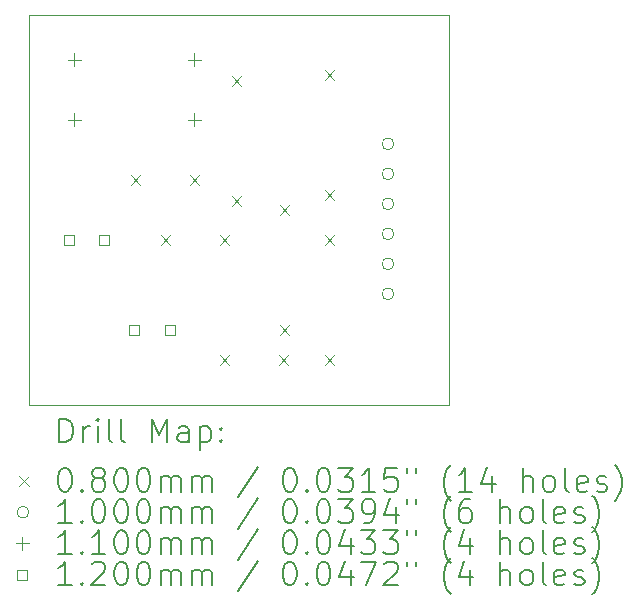
<source format=gbr>
%TF.GenerationSoftware,KiCad,Pcbnew,(6.0.9)*%
%TF.CreationDate,2023-01-19T09:08:24+07:00*%
%TF.ProjectId,LC_Sensor_THT,4c435f53-656e-4736-9f72-5f5448542e6b,rev?*%
%TF.SameCoordinates,PX40311b0PY586a470*%
%TF.FileFunction,Drillmap*%
%TF.FilePolarity,Positive*%
%FSLAX45Y45*%
G04 Gerber Fmt 4.5, Leading zero omitted, Abs format (unit mm)*
G04 Created by KiCad (PCBNEW (6.0.9)) date 2023-01-19 09:08:24*
%MOMM*%
%LPD*%
G01*
G04 APERTURE LIST*
%ADD10C,0.100000*%
%ADD11C,0.200000*%
%ADD12C,0.080000*%
%ADD13C,0.110000*%
%ADD14C,0.120000*%
G04 APERTURE END LIST*
D10*
X3556000Y3302000D02*
X3556000Y0D01*
X0Y0D02*
X0Y3302000D01*
X3556000Y0D02*
X0Y0D01*
X0Y3302000D02*
X3556000Y3302000D01*
D11*
D12*
X857000Y1945000D02*
X937000Y1865000D01*
X937000Y1945000D02*
X857000Y1865000D01*
X1111000Y1437000D02*
X1191000Y1357000D01*
X1191000Y1437000D02*
X1111000Y1357000D01*
X1357000Y1945000D02*
X1437000Y1865000D01*
X1437000Y1945000D02*
X1357000Y1865000D01*
X1611000Y1437000D02*
X1691000Y1357000D01*
X1691000Y1437000D02*
X1611000Y1357000D01*
X1611000Y421000D02*
X1691000Y341000D01*
X1691000Y421000D02*
X1611000Y341000D01*
X1712600Y2783200D02*
X1792600Y2703200D01*
X1792600Y2783200D02*
X1712600Y2703200D01*
X1712600Y1767200D02*
X1792600Y1687200D01*
X1792600Y1767200D02*
X1712600Y1687200D01*
X2111000Y421000D02*
X2191000Y341000D01*
X2191000Y421000D02*
X2111000Y341000D01*
X2119000Y1691000D02*
X2199000Y1611000D01*
X2199000Y1691000D02*
X2119000Y1611000D01*
X2119000Y675000D02*
X2199000Y595000D01*
X2199000Y675000D02*
X2119000Y595000D01*
X2500000Y2834000D02*
X2580000Y2754000D01*
X2580000Y2834000D02*
X2500000Y2754000D01*
X2500000Y1818000D02*
X2580000Y1738000D01*
X2580000Y1818000D02*
X2500000Y1738000D01*
X2500000Y1437000D02*
X2580000Y1357000D01*
X2580000Y1437000D02*
X2500000Y1357000D01*
X2500000Y421000D02*
X2580000Y341000D01*
X2580000Y421000D02*
X2500000Y341000D01*
D10*
X3085300Y2209800D02*
G75*
G03*
X3085300Y2209800I-50000J0D01*
G01*
X3085300Y1955800D02*
G75*
G03*
X3085300Y1955800I-50000J0D01*
G01*
X3085300Y1701800D02*
G75*
G03*
X3085300Y1701800I-50000J0D01*
G01*
X3085300Y1447800D02*
G75*
G03*
X3085300Y1447800I-50000J0D01*
G01*
X3085300Y1193800D02*
G75*
G03*
X3085300Y1193800I-50000J0D01*
G01*
X3085300Y939800D02*
G75*
G03*
X3085300Y939800I-50000J0D01*
G01*
D13*
X381000Y2976000D02*
X381000Y2866000D01*
X326000Y2921000D02*
X436000Y2921000D01*
X381000Y2468000D02*
X381000Y2358000D01*
X326000Y2413000D02*
X436000Y2413000D01*
X1397000Y2976000D02*
X1397000Y2866000D01*
X1342000Y2921000D02*
X1452000Y2921000D01*
X1397000Y2468000D02*
X1397000Y2358000D01*
X1342000Y2413000D02*
X1452000Y2413000D01*
D14*
X377427Y1354573D02*
X377427Y1439427D01*
X292573Y1439427D01*
X292573Y1354573D01*
X377427Y1354573D01*
X677427Y1354573D02*
X677427Y1439427D01*
X592573Y1439427D01*
X592573Y1354573D01*
X677427Y1354573D01*
X931427Y592573D02*
X931427Y677427D01*
X846573Y677427D01*
X846573Y592573D01*
X931427Y592573D01*
X1231427Y592573D02*
X1231427Y677427D01*
X1146573Y677427D01*
X1146573Y592573D01*
X1231427Y592573D01*
D11*
X252619Y-315476D02*
X252619Y-115476D01*
X300238Y-115476D01*
X328810Y-125000D01*
X347857Y-144048D01*
X357381Y-163095D01*
X366905Y-201190D01*
X366905Y-229762D01*
X357381Y-267857D01*
X347857Y-286905D01*
X328810Y-305952D01*
X300238Y-315476D01*
X252619Y-315476D01*
X452619Y-315476D02*
X452619Y-182143D01*
X452619Y-220238D02*
X462143Y-201190D01*
X471667Y-191667D01*
X490714Y-182143D01*
X509762Y-182143D01*
X576429Y-315476D02*
X576429Y-182143D01*
X576429Y-115476D02*
X566905Y-125000D01*
X576429Y-134524D01*
X585952Y-125000D01*
X576429Y-115476D01*
X576429Y-134524D01*
X700238Y-315476D02*
X681190Y-305952D01*
X671667Y-286905D01*
X671667Y-115476D01*
X805000Y-315476D02*
X785952Y-305952D01*
X776428Y-286905D01*
X776428Y-115476D01*
X1033571Y-315476D02*
X1033571Y-115476D01*
X1100238Y-258333D01*
X1166905Y-115476D01*
X1166905Y-315476D01*
X1347857Y-315476D02*
X1347857Y-210714D01*
X1338333Y-191667D01*
X1319286Y-182143D01*
X1281190Y-182143D01*
X1262143Y-191667D01*
X1347857Y-305952D02*
X1328810Y-315476D01*
X1281190Y-315476D01*
X1262143Y-305952D01*
X1252619Y-286905D01*
X1252619Y-267857D01*
X1262143Y-248809D01*
X1281190Y-239286D01*
X1328810Y-239286D01*
X1347857Y-229762D01*
X1443095Y-182143D02*
X1443095Y-382143D01*
X1443095Y-191667D02*
X1462143Y-182143D01*
X1500238Y-182143D01*
X1519286Y-191667D01*
X1528809Y-201190D01*
X1538333Y-220238D01*
X1538333Y-277381D01*
X1528809Y-296429D01*
X1519286Y-305952D01*
X1500238Y-315476D01*
X1462143Y-315476D01*
X1443095Y-305952D01*
X1624048Y-296429D02*
X1633571Y-305952D01*
X1624048Y-315476D01*
X1614524Y-305952D01*
X1624048Y-296429D01*
X1624048Y-315476D01*
X1624048Y-191667D02*
X1633571Y-201190D01*
X1624048Y-210714D01*
X1614524Y-201190D01*
X1624048Y-191667D01*
X1624048Y-210714D01*
D12*
X-85000Y-605000D02*
X-5000Y-685000D01*
X-5000Y-605000D02*
X-85000Y-685000D01*
D11*
X290714Y-535476D02*
X309762Y-535476D01*
X328810Y-545000D01*
X338333Y-554524D01*
X347857Y-573571D01*
X357381Y-611667D01*
X357381Y-659286D01*
X347857Y-697381D01*
X338333Y-716428D01*
X328810Y-725952D01*
X309762Y-735476D01*
X290714Y-735476D01*
X271667Y-725952D01*
X262143Y-716428D01*
X252619Y-697381D01*
X243095Y-659286D01*
X243095Y-611667D01*
X252619Y-573571D01*
X262143Y-554524D01*
X271667Y-545000D01*
X290714Y-535476D01*
X443095Y-716428D02*
X452619Y-725952D01*
X443095Y-735476D01*
X433571Y-725952D01*
X443095Y-716428D01*
X443095Y-735476D01*
X566905Y-621190D02*
X547857Y-611667D01*
X538333Y-602143D01*
X528810Y-583095D01*
X528810Y-573571D01*
X538333Y-554524D01*
X547857Y-545000D01*
X566905Y-535476D01*
X605000Y-535476D01*
X624048Y-545000D01*
X633571Y-554524D01*
X643095Y-573571D01*
X643095Y-583095D01*
X633571Y-602143D01*
X624048Y-611667D01*
X605000Y-621190D01*
X566905Y-621190D01*
X547857Y-630714D01*
X538333Y-640238D01*
X528810Y-659286D01*
X528810Y-697381D01*
X538333Y-716428D01*
X547857Y-725952D01*
X566905Y-735476D01*
X605000Y-735476D01*
X624048Y-725952D01*
X633571Y-716428D01*
X643095Y-697381D01*
X643095Y-659286D01*
X633571Y-640238D01*
X624048Y-630714D01*
X605000Y-621190D01*
X766905Y-535476D02*
X785952Y-535476D01*
X805000Y-545000D01*
X814524Y-554524D01*
X824048Y-573571D01*
X833571Y-611667D01*
X833571Y-659286D01*
X824048Y-697381D01*
X814524Y-716428D01*
X805000Y-725952D01*
X785952Y-735476D01*
X766905Y-735476D01*
X747857Y-725952D01*
X738333Y-716428D01*
X728809Y-697381D01*
X719286Y-659286D01*
X719286Y-611667D01*
X728809Y-573571D01*
X738333Y-554524D01*
X747857Y-545000D01*
X766905Y-535476D01*
X957381Y-535476D02*
X976428Y-535476D01*
X995476Y-545000D01*
X1005000Y-554524D01*
X1014524Y-573571D01*
X1024048Y-611667D01*
X1024048Y-659286D01*
X1014524Y-697381D01*
X1005000Y-716428D01*
X995476Y-725952D01*
X976428Y-735476D01*
X957381Y-735476D01*
X938333Y-725952D01*
X928809Y-716428D01*
X919286Y-697381D01*
X909762Y-659286D01*
X909762Y-611667D01*
X919286Y-573571D01*
X928809Y-554524D01*
X938333Y-545000D01*
X957381Y-535476D01*
X1109762Y-735476D02*
X1109762Y-602143D01*
X1109762Y-621190D02*
X1119286Y-611667D01*
X1138333Y-602143D01*
X1166905Y-602143D01*
X1185952Y-611667D01*
X1195476Y-630714D01*
X1195476Y-735476D01*
X1195476Y-630714D02*
X1205000Y-611667D01*
X1224048Y-602143D01*
X1252619Y-602143D01*
X1271667Y-611667D01*
X1281190Y-630714D01*
X1281190Y-735476D01*
X1376429Y-735476D02*
X1376429Y-602143D01*
X1376429Y-621190D02*
X1385952Y-611667D01*
X1405000Y-602143D01*
X1433571Y-602143D01*
X1452619Y-611667D01*
X1462143Y-630714D01*
X1462143Y-735476D01*
X1462143Y-630714D02*
X1471667Y-611667D01*
X1490714Y-602143D01*
X1519286Y-602143D01*
X1538333Y-611667D01*
X1547857Y-630714D01*
X1547857Y-735476D01*
X1938333Y-525952D02*
X1766905Y-783095D01*
X2195476Y-535476D02*
X2214524Y-535476D01*
X2233571Y-545000D01*
X2243095Y-554524D01*
X2252619Y-573571D01*
X2262143Y-611667D01*
X2262143Y-659286D01*
X2252619Y-697381D01*
X2243095Y-716428D01*
X2233571Y-725952D01*
X2214524Y-735476D01*
X2195476Y-735476D01*
X2176429Y-725952D01*
X2166905Y-716428D01*
X2157381Y-697381D01*
X2147857Y-659286D01*
X2147857Y-611667D01*
X2157381Y-573571D01*
X2166905Y-554524D01*
X2176429Y-545000D01*
X2195476Y-535476D01*
X2347857Y-716428D02*
X2357381Y-725952D01*
X2347857Y-735476D01*
X2338333Y-725952D01*
X2347857Y-716428D01*
X2347857Y-735476D01*
X2481190Y-535476D02*
X2500238Y-535476D01*
X2519286Y-545000D01*
X2528810Y-554524D01*
X2538333Y-573571D01*
X2547857Y-611667D01*
X2547857Y-659286D01*
X2538333Y-697381D01*
X2528810Y-716428D01*
X2519286Y-725952D01*
X2500238Y-735476D01*
X2481190Y-735476D01*
X2462143Y-725952D01*
X2452619Y-716428D01*
X2443095Y-697381D01*
X2433571Y-659286D01*
X2433571Y-611667D01*
X2443095Y-573571D01*
X2452619Y-554524D01*
X2462143Y-545000D01*
X2481190Y-535476D01*
X2614524Y-535476D02*
X2738333Y-535476D01*
X2671667Y-611667D01*
X2700238Y-611667D01*
X2719286Y-621190D01*
X2728810Y-630714D01*
X2738333Y-649762D01*
X2738333Y-697381D01*
X2728810Y-716428D01*
X2719286Y-725952D01*
X2700238Y-735476D01*
X2643095Y-735476D01*
X2624048Y-725952D01*
X2614524Y-716428D01*
X2928809Y-735476D02*
X2814524Y-735476D01*
X2871667Y-735476D02*
X2871667Y-535476D01*
X2852619Y-564048D01*
X2833571Y-583095D01*
X2814524Y-592619D01*
X3109762Y-535476D02*
X3014524Y-535476D01*
X3005000Y-630714D01*
X3014524Y-621190D01*
X3033571Y-611667D01*
X3081190Y-611667D01*
X3100238Y-621190D01*
X3109762Y-630714D01*
X3119286Y-649762D01*
X3119286Y-697381D01*
X3109762Y-716428D01*
X3100238Y-725952D01*
X3081190Y-735476D01*
X3033571Y-735476D01*
X3014524Y-725952D01*
X3005000Y-716428D01*
X3195476Y-535476D02*
X3195476Y-573571D01*
X3271667Y-535476D02*
X3271667Y-573571D01*
X3566905Y-811667D02*
X3557381Y-802143D01*
X3538333Y-773571D01*
X3528809Y-754524D01*
X3519286Y-725952D01*
X3509762Y-678333D01*
X3509762Y-640238D01*
X3519286Y-592619D01*
X3528809Y-564048D01*
X3538333Y-545000D01*
X3557381Y-516428D01*
X3566905Y-506905D01*
X3747857Y-735476D02*
X3633571Y-735476D01*
X3690714Y-735476D02*
X3690714Y-535476D01*
X3671667Y-564048D01*
X3652619Y-583095D01*
X3633571Y-592619D01*
X3919286Y-602143D02*
X3919286Y-735476D01*
X3871667Y-525952D02*
X3824048Y-668810D01*
X3947857Y-668810D01*
X4176428Y-735476D02*
X4176428Y-535476D01*
X4262143Y-735476D02*
X4262143Y-630714D01*
X4252619Y-611667D01*
X4233571Y-602143D01*
X4205000Y-602143D01*
X4185952Y-611667D01*
X4176428Y-621190D01*
X4385952Y-735476D02*
X4366905Y-725952D01*
X4357381Y-716428D01*
X4347857Y-697381D01*
X4347857Y-640238D01*
X4357381Y-621190D01*
X4366905Y-611667D01*
X4385952Y-602143D01*
X4414524Y-602143D01*
X4433571Y-611667D01*
X4443095Y-621190D01*
X4452619Y-640238D01*
X4452619Y-697381D01*
X4443095Y-716428D01*
X4433571Y-725952D01*
X4414524Y-735476D01*
X4385952Y-735476D01*
X4566905Y-735476D02*
X4547857Y-725952D01*
X4538333Y-706905D01*
X4538333Y-535476D01*
X4719286Y-725952D02*
X4700238Y-735476D01*
X4662143Y-735476D01*
X4643095Y-725952D01*
X4633571Y-706905D01*
X4633571Y-630714D01*
X4643095Y-611667D01*
X4662143Y-602143D01*
X4700238Y-602143D01*
X4719286Y-611667D01*
X4728810Y-630714D01*
X4728810Y-649762D01*
X4633571Y-668810D01*
X4805000Y-725952D02*
X4824048Y-735476D01*
X4862143Y-735476D01*
X4881190Y-725952D01*
X4890714Y-706905D01*
X4890714Y-697381D01*
X4881190Y-678333D01*
X4862143Y-668810D01*
X4833571Y-668810D01*
X4814524Y-659286D01*
X4805000Y-640238D01*
X4805000Y-630714D01*
X4814524Y-611667D01*
X4833571Y-602143D01*
X4862143Y-602143D01*
X4881190Y-611667D01*
X4957381Y-811667D02*
X4966905Y-802143D01*
X4985952Y-773571D01*
X4995476Y-754524D01*
X5005000Y-725952D01*
X5014524Y-678333D01*
X5014524Y-640238D01*
X5005000Y-592619D01*
X4995476Y-564048D01*
X4985952Y-545000D01*
X4966905Y-516428D01*
X4957381Y-506905D01*
D10*
X-5000Y-909000D02*
G75*
G03*
X-5000Y-909000I-50000J0D01*
G01*
D11*
X357381Y-999476D02*
X243095Y-999476D01*
X300238Y-999476D02*
X300238Y-799476D01*
X281190Y-828048D01*
X262143Y-847095D01*
X243095Y-856619D01*
X443095Y-980428D02*
X452619Y-989952D01*
X443095Y-999476D01*
X433571Y-989952D01*
X443095Y-980428D01*
X443095Y-999476D01*
X576429Y-799476D02*
X595476Y-799476D01*
X614524Y-809000D01*
X624048Y-818524D01*
X633571Y-837571D01*
X643095Y-875667D01*
X643095Y-923286D01*
X633571Y-961381D01*
X624048Y-980428D01*
X614524Y-989952D01*
X595476Y-999476D01*
X576429Y-999476D01*
X557381Y-989952D01*
X547857Y-980428D01*
X538333Y-961381D01*
X528810Y-923286D01*
X528810Y-875667D01*
X538333Y-837571D01*
X547857Y-818524D01*
X557381Y-809000D01*
X576429Y-799476D01*
X766905Y-799476D02*
X785952Y-799476D01*
X805000Y-809000D01*
X814524Y-818524D01*
X824048Y-837571D01*
X833571Y-875667D01*
X833571Y-923286D01*
X824048Y-961381D01*
X814524Y-980428D01*
X805000Y-989952D01*
X785952Y-999476D01*
X766905Y-999476D01*
X747857Y-989952D01*
X738333Y-980428D01*
X728809Y-961381D01*
X719286Y-923286D01*
X719286Y-875667D01*
X728809Y-837571D01*
X738333Y-818524D01*
X747857Y-809000D01*
X766905Y-799476D01*
X957381Y-799476D02*
X976428Y-799476D01*
X995476Y-809000D01*
X1005000Y-818524D01*
X1014524Y-837571D01*
X1024048Y-875667D01*
X1024048Y-923286D01*
X1014524Y-961381D01*
X1005000Y-980428D01*
X995476Y-989952D01*
X976428Y-999476D01*
X957381Y-999476D01*
X938333Y-989952D01*
X928809Y-980428D01*
X919286Y-961381D01*
X909762Y-923286D01*
X909762Y-875667D01*
X919286Y-837571D01*
X928809Y-818524D01*
X938333Y-809000D01*
X957381Y-799476D01*
X1109762Y-999476D02*
X1109762Y-866143D01*
X1109762Y-885190D02*
X1119286Y-875667D01*
X1138333Y-866143D01*
X1166905Y-866143D01*
X1185952Y-875667D01*
X1195476Y-894714D01*
X1195476Y-999476D01*
X1195476Y-894714D02*
X1205000Y-875667D01*
X1224048Y-866143D01*
X1252619Y-866143D01*
X1271667Y-875667D01*
X1281190Y-894714D01*
X1281190Y-999476D01*
X1376429Y-999476D02*
X1376429Y-866143D01*
X1376429Y-885190D02*
X1385952Y-875667D01*
X1405000Y-866143D01*
X1433571Y-866143D01*
X1452619Y-875667D01*
X1462143Y-894714D01*
X1462143Y-999476D01*
X1462143Y-894714D02*
X1471667Y-875667D01*
X1490714Y-866143D01*
X1519286Y-866143D01*
X1538333Y-875667D01*
X1547857Y-894714D01*
X1547857Y-999476D01*
X1938333Y-789952D02*
X1766905Y-1047095D01*
X2195476Y-799476D02*
X2214524Y-799476D01*
X2233571Y-809000D01*
X2243095Y-818524D01*
X2252619Y-837571D01*
X2262143Y-875667D01*
X2262143Y-923286D01*
X2252619Y-961381D01*
X2243095Y-980428D01*
X2233571Y-989952D01*
X2214524Y-999476D01*
X2195476Y-999476D01*
X2176429Y-989952D01*
X2166905Y-980428D01*
X2157381Y-961381D01*
X2147857Y-923286D01*
X2147857Y-875667D01*
X2157381Y-837571D01*
X2166905Y-818524D01*
X2176429Y-809000D01*
X2195476Y-799476D01*
X2347857Y-980428D02*
X2357381Y-989952D01*
X2347857Y-999476D01*
X2338333Y-989952D01*
X2347857Y-980428D01*
X2347857Y-999476D01*
X2481190Y-799476D02*
X2500238Y-799476D01*
X2519286Y-809000D01*
X2528810Y-818524D01*
X2538333Y-837571D01*
X2547857Y-875667D01*
X2547857Y-923286D01*
X2538333Y-961381D01*
X2528810Y-980428D01*
X2519286Y-989952D01*
X2500238Y-999476D01*
X2481190Y-999476D01*
X2462143Y-989952D01*
X2452619Y-980428D01*
X2443095Y-961381D01*
X2433571Y-923286D01*
X2433571Y-875667D01*
X2443095Y-837571D01*
X2452619Y-818524D01*
X2462143Y-809000D01*
X2481190Y-799476D01*
X2614524Y-799476D02*
X2738333Y-799476D01*
X2671667Y-875667D01*
X2700238Y-875667D01*
X2719286Y-885190D01*
X2728810Y-894714D01*
X2738333Y-913762D01*
X2738333Y-961381D01*
X2728810Y-980428D01*
X2719286Y-989952D01*
X2700238Y-999476D01*
X2643095Y-999476D01*
X2624048Y-989952D01*
X2614524Y-980428D01*
X2833571Y-999476D02*
X2871667Y-999476D01*
X2890714Y-989952D01*
X2900238Y-980428D01*
X2919286Y-951857D01*
X2928809Y-913762D01*
X2928809Y-837571D01*
X2919286Y-818524D01*
X2909762Y-809000D01*
X2890714Y-799476D01*
X2852619Y-799476D01*
X2833571Y-809000D01*
X2824048Y-818524D01*
X2814524Y-837571D01*
X2814524Y-885190D01*
X2824048Y-904238D01*
X2833571Y-913762D01*
X2852619Y-923286D01*
X2890714Y-923286D01*
X2909762Y-913762D01*
X2919286Y-904238D01*
X2928809Y-885190D01*
X3100238Y-866143D02*
X3100238Y-999476D01*
X3052619Y-789952D02*
X3005000Y-932809D01*
X3128809Y-932809D01*
X3195476Y-799476D02*
X3195476Y-837571D01*
X3271667Y-799476D02*
X3271667Y-837571D01*
X3566905Y-1075667D02*
X3557381Y-1066143D01*
X3538333Y-1037571D01*
X3528809Y-1018524D01*
X3519286Y-989952D01*
X3509762Y-942333D01*
X3509762Y-904238D01*
X3519286Y-856619D01*
X3528809Y-828048D01*
X3538333Y-809000D01*
X3557381Y-780428D01*
X3566905Y-770905D01*
X3728809Y-799476D02*
X3690714Y-799476D01*
X3671667Y-809000D01*
X3662143Y-818524D01*
X3643095Y-847095D01*
X3633571Y-885190D01*
X3633571Y-961381D01*
X3643095Y-980428D01*
X3652619Y-989952D01*
X3671667Y-999476D01*
X3709762Y-999476D01*
X3728809Y-989952D01*
X3738333Y-980428D01*
X3747857Y-961381D01*
X3747857Y-913762D01*
X3738333Y-894714D01*
X3728809Y-885190D01*
X3709762Y-875667D01*
X3671667Y-875667D01*
X3652619Y-885190D01*
X3643095Y-894714D01*
X3633571Y-913762D01*
X3985952Y-999476D02*
X3985952Y-799476D01*
X4071667Y-999476D02*
X4071667Y-894714D01*
X4062143Y-875667D01*
X4043095Y-866143D01*
X4014524Y-866143D01*
X3995476Y-875667D01*
X3985952Y-885190D01*
X4195476Y-999476D02*
X4176428Y-989952D01*
X4166905Y-980428D01*
X4157381Y-961381D01*
X4157381Y-904238D01*
X4166905Y-885190D01*
X4176428Y-875667D01*
X4195476Y-866143D01*
X4224048Y-866143D01*
X4243095Y-875667D01*
X4252619Y-885190D01*
X4262143Y-904238D01*
X4262143Y-961381D01*
X4252619Y-980428D01*
X4243095Y-989952D01*
X4224048Y-999476D01*
X4195476Y-999476D01*
X4376429Y-999476D02*
X4357381Y-989952D01*
X4347857Y-970905D01*
X4347857Y-799476D01*
X4528810Y-989952D02*
X4509762Y-999476D01*
X4471667Y-999476D01*
X4452619Y-989952D01*
X4443095Y-970905D01*
X4443095Y-894714D01*
X4452619Y-875667D01*
X4471667Y-866143D01*
X4509762Y-866143D01*
X4528810Y-875667D01*
X4538333Y-894714D01*
X4538333Y-913762D01*
X4443095Y-932809D01*
X4614524Y-989952D02*
X4633571Y-999476D01*
X4671667Y-999476D01*
X4690714Y-989952D01*
X4700238Y-970905D01*
X4700238Y-961381D01*
X4690714Y-942333D01*
X4671667Y-932809D01*
X4643095Y-932809D01*
X4624048Y-923286D01*
X4614524Y-904238D01*
X4614524Y-894714D01*
X4624048Y-875667D01*
X4643095Y-866143D01*
X4671667Y-866143D01*
X4690714Y-875667D01*
X4766905Y-1075667D02*
X4776429Y-1066143D01*
X4795476Y-1037571D01*
X4805000Y-1018524D01*
X4814524Y-989952D01*
X4824048Y-942333D01*
X4824048Y-904238D01*
X4814524Y-856619D01*
X4805000Y-828048D01*
X4795476Y-809000D01*
X4776429Y-780428D01*
X4766905Y-770905D01*
D13*
X-60000Y-1118000D02*
X-60000Y-1228000D01*
X-115000Y-1173000D02*
X-5000Y-1173000D01*
D11*
X357381Y-1263476D02*
X243095Y-1263476D01*
X300238Y-1263476D02*
X300238Y-1063476D01*
X281190Y-1092048D01*
X262143Y-1111095D01*
X243095Y-1120619D01*
X443095Y-1244429D02*
X452619Y-1253952D01*
X443095Y-1263476D01*
X433571Y-1253952D01*
X443095Y-1244429D01*
X443095Y-1263476D01*
X643095Y-1263476D02*
X528810Y-1263476D01*
X585952Y-1263476D02*
X585952Y-1063476D01*
X566905Y-1092048D01*
X547857Y-1111095D01*
X528810Y-1120619D01*
X766905Y-1063476D02*
X785952Y-1063476D01*
X805000Y-1073000D01*
X814524Y-1082524D01*
X824048Y-1101571D01*
X833571Y-1139667D01*
X833571Y-1187286D01*
X824048Y-1225381D01*
X814524Y-1244429D01*
X805000Y-1253952D01*
X785952Y-1263476D01*
X766905Y-1263476D01*
X747857Y-1253952D01*
X738333Y-1244429D01*
X728809Y-1225381D01*
X719286Y-1187286D01*
X719286Y-1139667D01*
X728809Y-1101571D01*
X738333Y-1082524D01*
X747857Y-1073000D01*
X766905Y-1063476D01*
X957381Y-1063476D02*
X976428Y-1063476D01*
X995476Y-1073000D01*
X1005000Y-1082524D01*
X1014524Y-1101571D01*
X1024048Y-1139667D01*
X1024048Y-1187286D01*
X1014524Y-1225381D01*
X1005000Y-1244429D01*
X995476Y-1253952D01*
X976428Y-1263476D01*
X957381Y-1263476D01*
X938333Y-1253952D01*
X928809Y-1244429D01*
X919286Y-1225381D01*
X909762Y-1187286D01*
X909762Y-1139667D01*
X919286Y-1101571D01*
X928809Y-1082524D01*
X938333Y-1073000D01*
X957381Y-1063476D01*
X1109762Y-1263476D02*
X1109762Y-1130143D01*
X1109762Y-1149190D02*
X1119286Y-1139667D01*
X1138333Y-1130143D01*
X1166905Y-1130143D01*
X1185952Y-1139667D01*
X1195476Y-1158714D01*
X1195476Y-1263476D01*
X1195476Y-1158714D02*
X1205000Y-1139667D01*
X1224048Y-1130143D01*
X1252619Y-1130143D01*
X1271667Y-1139667D01*
X1281190Y-1158714D01*
X1281190Y-1263476D01*
X1376429Y-1263476D02*
X1376429Y-1130143D01*
X1376429Y-1149190D02*
X1385952Y-1139667D01*
X1405000Y-1130143D01*
X1433571Y-1130143D01*
X1452619Y-1139667D01*
X1462143Y-1158714D01*
X1462143Y-1263476D01*
X1462143Y-1158714D02*
X1471667Y-1139667D01*
X1490714Y-1130143D01*
X1519286Y-1130143D01*
X1538333Y-1139667D01*
X1547857Y-1158714D01*
X1547857Y-1263476D01*
X1938333Y-1053952D02*
X1766905Y-1311095D01*
X2195476Y-1063476D02*
X2214524Y-1063476D01*
X2233571Y-1073000D01*
X2243095Y-1082524D01*
X2252619Y-1101571D01*
X2262143Y-1139667D01*
X2262143Y-1187286D01*
X2252619Y-1225381D01*
X2243095Y-1244429D01*
X2233571Y-1253952D01*
X2214524Y-1263476D01*
X2195476Y-1263476D01*
X2176429Y-1253952D01*
X2166905Y-1244429D01*
X2157381Y-1225381D01*
X2147857Y-1187286D01*
X2147857Y-1139667D01*
X2157381Y-1101571D01*
X2166905Y-1082524D01*
X2176429Y-1073000D01*
X2195476Y-1063476D01*
X2347857Y-1244429D02*
X2357381Y-1253952D01*
X2347857Y-1263476D01*
X2338333Y-1253952D01*
X2347857Y-1244429D01*
X2347857Y-1263476D01*
X2481190Y-1063476D02*
X2500238Y-1063476D01*
X2519286Y-1073000D01*
X2528810Y-1082524D01*
X2538333Y-1101571D01*
X2547857Y-1139667D01*
X2547857Y-1187286D01*
X2538333Y-1225381D01*
X2528810Y-1244429D01*
X2519286Y-1253952D01*
X2500238Y-1263476D01*
X2481190Y-1263476D01*
X2462143Y-1253952D01*
X2452619Y-1244429D01*
X2443095Y-1225381D01*
X2433571Y-1187286D01*
X2433571Y-1139667D01*
X2443095Y-1101571D01*
X2452619Y-1082524D01*
X2462143Y-1073000D01*
X2481190Y-1063476D01*
X2719286Y-1130143D02*
X2719286Y-1263476D01*
X2671667Y-1053952D02*
X2624048Y-1196810D01*
X2747857Y-1196810D01*
X2805000Y-1063476D02*
X2928809Y-1063476D01*
X2862143Y-1139667D01*
X2890714Y-1139667D01*
X2909762Y-1149190D01*
X2919286Y-1158714D01*
X2928809Y-1177762D01*
X2928809Y-1225381D01*
X2919286Y-1244429D01*
X2909762Y-1253952D01*
X2890714Y-1263476D01*
X2833571Y-1263476D01*
X2814524Y-1253952D01*
X2805000Y-1244429D01*
X2995476Y-1063476D02*
X3119286Y-1063476D01*
X3052619Y-1139667D01*
X3081190Y-1139667D01*
X3100238Y-1149190D01*
X3109762Y-1158714D01*
X3119286Y-1177762D01*
X3119286Y-1225381D01*
X3109762Y-1244429D01*
X3100238Y-1253952D01*
X3081190Y-1263476D01*
X3024048Y-1263476D01*
X3005000Y-1253952D01*
X2995476Y-1244429D01*
X3195476Y-1063476D02*
X3195476Y-1101571D01*
X3271667Y-1063476D02*
X3271667Y-1101571D01*
X3566905Y-1339667D02*
X3557381Y-1330143D01*
X3538333Y-1301571D01*
X3528809Y-1282524D01*
X3519286Y-1253952D01*
X3509762Y-1206333D01*
X3509762Y-1168238D01*
X3519286Y-1120619D01*
X3528809Y-1092048D01*
X3538333Y-1073000D01*
X3557381Y-1044428D01*
X3566905Y-1034905D01*
X3728809Y-1130143D02*
X3728809Y-1263476D01*
X3681190Y-1053952D02*
X3633571Y-1196810D01*
X3757381Y-1196810D01*
X3985952Y-1263476D02*
X3985952Y-1063476D01*
X4071667Y-1263476D02*
X4071667Y-1158714D01*
X4062143Y-1139667D01*
X4043095Y-1130143D01*
X4014524Y-1130143D01*
X3995476Y-1139667D01*
X3985952Y-1149190D01*
X4195476Y-1263476D02*
X4176428Y-1253952D01*
X4166905Y-1244429D01*
X4157381Y-1225381D01*
X4157381Y-1168238D01*
X4166905Y-1149190D01*
X4176428Y-1139667D01*
X4195476Y-1130143D01*
X4224048Y-1130143D01*
X4243095Y-1139667D01*
X4252619Y-1149190D01*
X4262143Y-1168238D01*
X4262143Y-1225381D01*
X4252619Y-1244429D01*
X4243095Y-1253952D01*
X4224048Y-1263476D01*
X4195476Y-1263476D01*
X4376429Y-1263476D02*
X4357381Y-1253952D01*
X4347857Y-1234905D01*
X4347857Y-1063476D01*
X4528810Y-1253952D02*
X4509762Y-1263476D01*
X4471667Y-1263476D01*
X4452619Y-1253952D01*
X4443095Y-1234905D01*
X4443095Y-1158714D01*
X4452619Y-1139667D01*
X4471667Y-1130143D01*
X4509762Y-1130143D01*
X4528810Y-1139667D01*
X4538333Y-1158714D01*
X4538333Y-1177762D01*
X4443095Y-1196810D01*
X4614524Y-1253952D02*
X4633571Y-1263476D01*
X4671667Y-1263476D01*
X4690714Y-1253952D01*
X4700238Y-1234905D01*
X4700238Y-1225381D01*
X4690714Y-1206333D01*
X4671667Y-1196810D01*
X4643095Y-1196810D01*
X4624048Y-1187286D01*
X4614524Y-1168238D01*
X4614524Y-1158714D01*
X4624048Y-1139667D01*
X4643095Y-1130143D01*
X4671667Y-1130143D01*
X4690714Y-1139667D01*
X4766905Y-1339667D02*
X4776429Y-1330143D01*
X4795476Y-1301571D01*
X4805000Y-1282524D01*
X4814524Y-1253952D01*
X4824048Y-1206333D01*
X4824048Y-1168238D01*
X4814524Y-1120619D01*
X4805000Y-1092048D01*
X4795476Y-1073000D01*
X4776429Y-1044428D01*
X4766905Y-1034905D01*
D14*
X-22573Y-1479427D02*
X-22573Y-1394573D01*
X-107427Y-1394573D01*
X-107427Y-1479427D01*
X-22573Y-1479427D01*
D11*
X357381Y-1527476D02*
X243095Y-1527476D01*
X300238Y-1527476D02*
X300238Y-1327476D01*
X281190Y-1356048D01*
X262143Y-1375095D01*
X243095Y-1384619D01*
X443095Y-1508428D02*
X452619Y-1517952D01*
X443095Y-1527476D01*
X433571Y-1517952D01*
X443095Y-1508428D01*
X443095Y-1527476D01*
X528810Y-1346524D02*
X538333Y-1337000D01*
X557381Y-1327476D01*
X605000Y-1327476D01*
X624048Y-1337000D01*
X633571Y-1346524D01*
X643095Y-1365571D01*
X643095Y-1384619D01*
X633571Y-1413190D01*
X519286Y-1527476D01*
X643095Y-1527476D01*
X766905Y-1327476D02*
X785952Y-1327476D01*
X805000Y-1337000D01*
X814524Y-1346524D01*
X824048Y-1365571D01*
X833571Y-1403667D01*
X833571Y-1451286D01*
X824048Y-1489381D01*
X814524Y-1508428D01*
X805000Y-1517952D01*
X785952Y-1527476D01*
X766905Y-1527476D01*
X747857Y-1517952D01*
X738333Y-1508428D01*
X728809Y-1489381D01*
X719286Y-1451286D01*
X719286Y-1403667D01*
X728809Y-1365571D01*
X738333Y-1346524D01*
X747857Y-1337000D01*
X766905Y-1327476D01*
X957381Y-1327476D02*
X976428Y-1327476D01*
X995476Y-1337000D01*
X1005000Y-1346524D01*
X1014524Y-1365571D01*
X1024048Y-1403667D01*
X1024048Y-1451286D01*
X1014524Y-1489381D01*
X1005000Y-1508428D01*
X995476Y-1517952D01*
X976428Y-1527476D01*
X957381Y-1527476D01*
X938333Y-1517952D01*
X928809Y-1508428D01*
X919286Y-1489381D01*
X909762Y-1451286D01*
X909762Y-1403667D01*
X919286Y-1365571D01*
X928809Y-1346524D01*
X938333Y-1337000D01*
X957381Y-1327476D01*
X1109762Y-1527476D02*
X1109762Y-1394143D01*
X1109762Y-1413190D02*
X1119286Y-1403667D01*
X1138333Y-1394143D01*
X1166905Y-1394143D01*
X1185952Y-1403667D01*
X1195476Y-1422714D01*
X1195476Y-1527476D01*
X1195476Y-1422714D02*
X1205000Y-1403667D01*
X1224048Y-1394143D01*
X1252619Y-1394143D01*
X1271667Y-1403667D01*
X1281190Y-1422714D01*
X1281190Y-1527476D01*
X1376429Y-1527476D02*
X1376429Y-1394143D01*
X1376429Y-1413190D02*
X1385952Y-1403667D01*
X1405000Y-1394143D01*
X1433571Y-1394143D01*
X1452619Y-1403667D01*
X1462143Y-1422714D01*
X1462143Y-1527476D01*
X1462143Y-1422714D02*
X1471667Y-1403667D01*
X1490714Y-1394143D01*
X1519286Y-1394143D01*
X1538333Y-1403667D01*
X1547857Y-1422714D01*
X1547857Y-1527476D01*
X1938333Y-1317952D02*
X1766905Y-1575095D01*
X2195476Y-1327476D02*
X2214524Y-1327476D01*
X2233571Y-1337000D01*
X2243095Y-1346524D01*
X2252619Y-1365571D01*
X2262143Y-1403667D01*
X2262143Y-1451286D01*
X2252619Y-1489381D01*
X2243095Y-1508428D01*
X2233571Y-1517952D01*
X2214524Y-1527476D01*
X2195476Y-1527476D01*
X2176429Y-1517952D01*
X2166905Y-1508428D01*
X2157381Y-1489381D01*
X2147857Y-1451286D01*
X2147857Y-1403667D01*
X2157381Y-1365571D01*
X2166905Y-1346524D01*
X2176429Y-1337000D01*
X2195476Y-1327476D01*
X2347857Y-1508428D02*
X2357381Y-1517952D01*
X2347857Y-1527476D01*
X2338333Y-1517952D01*
X2347857Y-1508428D01*
X2347857Y-1527476D01*
X2481190Y-1327476D02*
X2500238Y-1327476D01*
X2519286Y-1337000D01*
X2528810Y-1346524D01*
X2538333Y-1365571D01*
X2547857Y-1403667D01*
X2547857Y-1451286D01*
X2538333Y-1489381D01*
X2528810Y-1508428D01*
X2519286Y-1517952D01*
X2500238Y-1527476D01*
X2481190Y-1527476D01*
X2462143Y-1517952D01*
X2452619Y-1508428D01*
X2443095Y-1489381D01*
X2433571Y-1451286D01*
X2433571Y-1403667D01*
X2443095Y-1365571D01*
X2452619Y-1346524D01*
X2462143Y-1337000D01*
X2481190Y-1327476D01*
X2719286Y-1394143D02*
X2719286Y-1527476D01*
X2671667Y-1317952D02*
X2624048Y-1460809D01*
X2747857Y-1460809D01*
X2805000Y-1327476D02*
X2938333Y-1327476D01*
X2852619Y-1527476D01*
X3005000Y-1346524D02*
X3014524Y-1337000D01*
X3033571Y-1327476D01*
X3081190Y-1327476D01*
X3100238Y-1337000D01*
X3109762Y-1346524D01*
X3119286Y-1365571D01*
X3119286Y-1384619D01*
X3109762Y-1413190D01*
X2995476Y-1527476D01*
X3119286Y-1527476D01*
X3195476Y-1327476D02*
X3195476Y-1365571D01*
X3271667Y-1327476D02*
X3271667Y-1365571D01*
X3566905Y-1603667D02*
X3557381Y-1594143D01*
X3538333Y-1565571D01*
X3528809Y-1546524D01*
X3519286Y-1517952D01*
X3509762Y-1470333D01*
X3509762Y-1432238D01*
X3519286Y-1384619D01*
X3528809Y-1356048D01*
X3538333Y-1337000D01*
X3557381Y-1308429D01*
X3566905Y-1298905D01*
X3728809Y-1394143D02*
X3728809Y-1527476D01*
X3681190Y-1317952D02*
X3633571Y-1460809D01*
X3757381Y-1460809D01*
X3985952Y-1527476D02*
X3985952Y-1327476D01*
X4071667Y-1527476D02*
X4071667Y-1422714D01*
X4062143Y-1403667D01*
X4043095Y-1394143D01*
X4014524Y-1394143D01*
X3995476Y-1403667D01*
X3985952Y-1413190D01*
X4195476Y-1527476D02*
X4176428Y-1517952D01*
X4166905Y-1508428D01*
X4157381Y-1489381D01*
X4157381Y-1432238D01*
X4166905Y-1413190D01*
X4176428Y-1403667D01*
X4195476Y-1394143D01*
X4224048Y-1394143D01*
X4243095Y-1403667D01*
X4252619Y-1413190D01*
X4262143Y-1432238D01*
X4262143Y-1489381D01*
X4252619Y-1508428D01*
X4243095Y-1517952D01*
X4224048Y-1527476D01*
X4195476Y-1527476D01*
X4376429Y-1527476D02*
X4357381Y-1517952D01*
X4347857Y-1498905D01*
X4347857Y-1327476D01*
X4528810Y-1517952D02*
X4509762Y-1527476D01*
X4471667Y-1527476D01*
X4452619Y-1517952D01*
X4443095Y-1498905D01*
X4443095Y-1422714D01*
X4452619Y-1403667D01*
X4471667Y-1394143D01*
X4509762Y-1394143D01*
X4528810Y-1403667D01*
X4538333Y-1422714D01*
X4538333Y-1441762D01*
X4443095Y-1460809D01*
X4614524Y-1517952D02*
X4633571Y-1527476D01*
X4671667Y-1527476D01*
X4690714Y-1517952D01*
X4700238Y-1498905D01*
X4700238Y-1489381D01*
X4690714Y-1470333D01*
X4671667Y-1460809D01*
X4643095Y-1460809D01*
X4624048Y-1451286D01*
X4614524Y-1432238D01*
X4614524Y-1422714D01*
X4624048Y-1403667D01*
X4643095Y-1394143D01*
X4671667Y-1394143D01*
X4690714Y-1403667D01*
X4766905Y-1603667D02*
X4776429Y-1594143D01*
X4795476Y-1565571D01*
X4805000Y-1546524D01*
X4814524Y-1517952D01*
X4824048Y-1470333D01*
X4824048Y-1432238D01*
X4814524Y-1384619D01*
X4805000Y-1356048D01*
X4795476Y-1337000D01*
X4776429Y-1308429D01*
X4766905Y-1298905D01*
M02*

</source>
